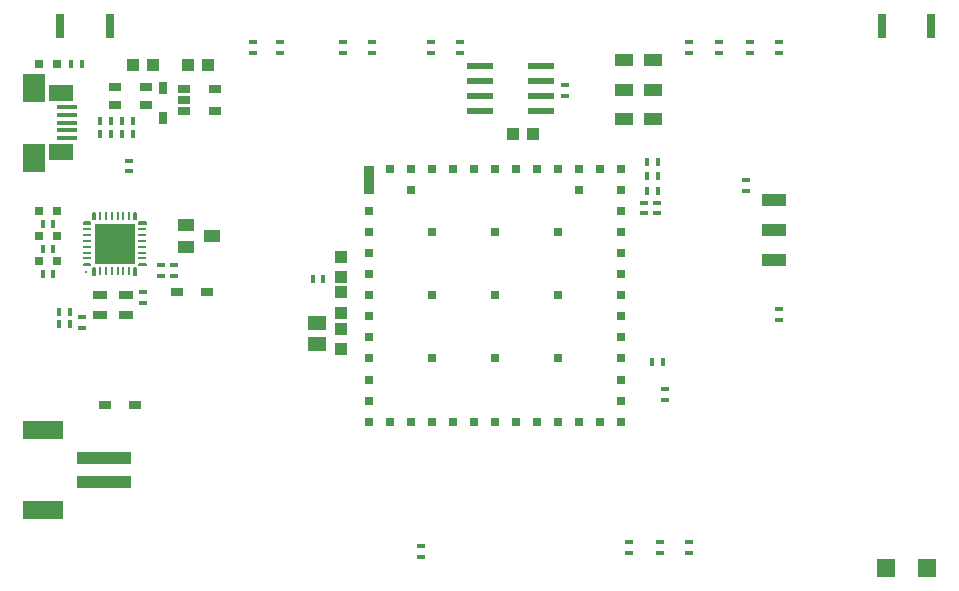
<source format=gtp>
G75*
%MOIN*%
%OFA0B0*%
%FSLAX25Y25*%
%IPPOS*%
%LPD*%
%AMOC8*
5,1,8,0,0,1.08239X$1,22.5*
%
%ADD10R,0.07874X0.04331*%
%ADD11R,0.04331X0.03937*%
%ADD12R,0.01800X0.03000*%
%ADD13R,0.03000X0.01800*%
%ADD14R,0.03819X0.09803*%
%ADD15R,0.02795X0.02795*%
%ADD16R,0.03937X0.04331*%
%ADD17R,0.03898X0.02717*%
%ADD18R,0.03150X0.03150*%
%ADD19R,0.03150X0.07874*%
%ADD20C,0.00551*%
%ADD21R,0.01102X0.02756*%
%ADD22R,0.02756X0.01102*%
%ADD23R,0.13780X0.13780*%
%ADD24R,0.00984X0.00984*%
%ADD25R,0.05000X0.02500*%
%ADD26R,0.06693X0.01772*%
%ADD27R,0.08268X0.05807*%
%ADD28R,0.07480X0.09350*%
%ADD29R,0.03937X0.03150*%
%ADD30R,0.03150X0.03937*%
%ADD31R,0.05512X0.03937*%
%ADD32R,0.05906X0.05906*%
%ADD33R,0.08661X0.02362*%
%ADD34R,0.18110X0.03937*%
%ADD35R,0.13386X0.06299*%
%ADD36R,0.06299X0.03937*%
%ADD37R,0.05906X0.05118*%
D10*
X0279848Y0133561D03*
X0279848Y0143600D03*
X0279848Y0153639D03*
D11*
X0135648Y0134822D03*
X0135648Y0128129D03*
X0135598Y0122846D03*
X0135598Y0116154D03*
X0135548Y0110546D03*
X0135548Y0103854D03*
D12*
X0129648Y0127200D03*
X0126048Y0127200D03*
X0066048Y0175800D03*
X0062448Y0175800D03*
X0058848Y0175800D03*
X0055248Y0175800D03*
X0055248Y0180000D03*
X0058848Y0180000D03*
X0062448Y0180000D03*
X0066048Y0180000D03*
X0049248Y0199000D03*
X0045648Y0199000D03*
X0039648Y0145800D03*
X0036048Y0145800D03*
X0036048Y0137400D03*
X0039648Y0137400D03*
X0039648Y0129000D03*
X0036048Y0129000D03*
X0041448Y0116400D03*
X0045048Y0116400D03*
X0045048Y0112200D03*
X0041448Y0112200D03*
X0237648Y0156800D03*
X0241248Y0156800D03*
X0241248Y0161600D03*
X0237648Y0161600D03*
X0237648Y0166400D03*
X0241248Y0166400D03*
X0242698Y0099775D03*
X0239098Y0099775D03*
D13*
X0243648Y0090600D03*
X0243648Y0087000D03*
X0281448Y0113800D03*
X0281448Y0117400D03*
X0240711Y0149200D03*
X0236448Y0149200D03*
X0236448Y0152800D03*
X0240711Y0152800D03*
X0270448Y0156800D03*
X0270448Y0160400D03*
X0210048Y0188400D03*
X0210048Y0192000D03*
X0175248Y0202800D03*
X0175248Y0206400D03*
X0165648Y0206400D03*
X0165648Y0202800D03*
X0145848Y0202800D03*
X0145848Y0206400D03*
X0136248Y0206400D03*
X0136248Y0202800D03*
X0115248Y0202800D03*
X0115248Y0206400D03*
X0106248Y0206400D03*
X0106248Y0202800D03*
X0064848Y0166800D03*
X0064848Y0163200D03*
X0075648Y0132000D03*
X0075648Y0128400D03*
X0079848Y0128400D03*
X0079848Y0132000D03*
X0069648Y0123000D03*
X0069648Y0119400D03*
X0049248Y0114600D03*
X0049248Y0111000D03*
X0162203Y0038390D03*
X0162203Y0034790D03*
X0231648Y0036000D03*
X0231648Y0039600D03*
X0241848Y0039600D03*
X0241848Y0036000D03*
X0251448Y0036000D03*
X0251448Y0039600D03*
X0251448Y0202800D03*
X0251448Y0206400D03*
X0261648Y0206400D03*
X0261648Y0202800D03*
X0271848Y0202800D03*
X0271848Y0206400D03*
X0281448Y0206400D03*
X0281448Y0202800D03*
D14*
X0144848Y0160400D03*
D15*
X0151856Y0163904D03*
X0158864Y0163904D03*
X0165872Y0163904D03*
X0172879Y0163904D03*
X0179887Y0163904D03*
X0186895Y0163904D03*
X0193903Y0163904D03*
X0200911Y0163904D03*
X0207919Y0163904D03*
X0214927Y0163904D03*
X0221935Y0163904D03*
X0228942Y0163904D03*
X0228942Y0156896D03*
X0228942Y0149888D03*
X0228942Y0142880D03*
X0228942Y0135872D03*
X0228942Y0128865D03*
X0228942Y0121857D03*
X0228942Y0114849D03*
X0228942Y0107841D03*
X0228942Y0100833D03*
X0228942Y0093825D03*
X0228942Y0086817D03*
X0228942Y0079809D03*
X0221935Y0079809D03*
X0214927Y0079809D03*
X0207919Y0079809D03*
X0200911Y0079809D03*
X0193903Y0079809D03*
X0186895Y0079809D03*
X0179887Y0079809D03*
X0172879Y0079809D03*
X0165872Y0079809D03*
X0158864Y0079809D03*
X0151856Y0079809D03*
X0144848Y0079809D03*
X0144848Y0086817D03*
X0144848Y0093825D03*
X0144848Y0100833D03*
X0144848Y0107841D03*
X0144848Y0114849D03*
X0144848Y0121857D03*
X0144848Y0128865D03*
X0144848Y0135872D03*
X0144848Y0142880D03*
X0144848Y0149888D03*
X0158864Y0156896D03*
X0165872Y0142880D03*
X0186895Y0142880D03*
X0207919Y0142880D03*
X0214927Y0156896D03*
X0207919Y0121857D03*
X0186895Y0121857D03*
X0165872Y0121857D03*
X0165872Y0100833D03*
X0186895Y0100833D03*
X0207919Y0100833D03*
D16*
X0199594Y0175800D03*
X0192901Y0175800D03*
X0091294Y0198700D03*
X0084601Y0198700D03*
X0072994Y0198600D03*
X0066301Y0198600D03*
D17*
X0083269Y0190640D03*
X0083269Y0186900D03*
X0083269Y0183160D03*
X0093466Y0183160D03*
X0093466Y0190640D03*
D18*
X0040801Y0199000D03*
X0034895Y0199000D03*
X0034895Y0150000D03*
X0040801Y0150000D03*
X0040801Y0141600D03*
X0034895Y0141600D03*
X0034895Y0133200D03*
X0040801Y0133200D03*
D19*
X0041880Y0211800D03*
X0058416Y0211800D03*
X0315780Y0211800D03*
X0332316Y0211800D03*
D20*
X0070403Y0146266D02*
X0070403Y0145714D01*
X0068197Y0145714D01*
X0068197Y0146266D01*
X0070403Y0146266D01*
X0070403Y0146264D02*
X0068197Y0146264D01*
X0067214Y0147249D02*
X0067214Y0149455D01*
X0067214Y0147249D02*
X0066662Y0147249D01*
X0066662Y0149455D01*
X0067214Y0149455D01*
X0067214Y0147799D02*
X0066662Y0147799D01*
X0066662Y0148349D02*
X0067214Y0148349D01*
X0067214Y0148899D02*
X0066662Y0148899D01*
X0066662Y0149449D02*
X0067214Y0149449D01*
X0053434Y0149455D02*
X0053434Y0147249D01*
X0052882Y0147249D01*
X0052882Y0149455D01*
X0053434Y0149455D01*
X0053434Y0147799D02*
X0052882Y0147799D01*
X0052882Y0148349D02*
X0053434Y0148349D01*
X0053434Y0148899D02*
X0052882Y0148899D01*
X0052882Y0149449D02*
X0053434Y0149449D01*
X0051899Y0146266D02*
X0051899Y0145714D01*
X0049693Y0145714D01*
X0049693Y0146266D01*
X0051899Y0146266D01*
X0051899Y0146264D02*
X0049693Y0146264D01*
X0051899Y0132486D02*
X0051899Y0131934D01*
X0049693Y0131934D01*
X0049693Y0132486D01*
X0051899Y0132486D01*
X0051899Y0132484D02*
X0049693Y0132484D01*
X0053434Y0130951D02*
X0053434Y0128745D01*
X0052882Y0128745D01*
X0052882Y0130951D01*
X0053434Y0130951D01*
X0053434Y0129295D02*
X0052882Y0129295D01*
X0052882Y0129845D02*
X0053434Y0129845D01*
X0053434Y0130395D02*
X0052882Y0130395D01*
X0052882Y0130945D02*
X0053434Y0130945D01*
X0067214Y0130951D02*
X0067214Y0128745D01*
X0066662Y0128745D01*
X0066662Y0130951D01*
X0067214Y0130951D01*
X0067214Y0129295D02*
X0066662Y0129295D01*
X0066662Y0129845D02*
X0067214Y0129845D01*
X0067214Y0130395D02*
X0066662Y0130395D01*
X0066662Y0130945D02*
X0067214Y0130945D01*
X0070403Y0131934D02*
X0070403Y0132486D01*
X0070403Y0131934D02*
X0068197Y0131934D01*
X0068197Y0132486D01*
X0070403Y0132486D01*
X0070403Y0132484D02*
X0068197Y0132484D01*
D21*
X0064969Y0129848D03*
X0063001Y0129848D03*
X0061032Y0129848D03*
X0059064Y0129848D03*
X0057095Y0129848D03*
X0055127Y0129848D03*
X0055127Y0148352D03*
X0057095Y0148352D03*
X0059064Y0148352D03*
X0061032Y0148352D03*
X0063001Y0148352D03*
X0064969Y0148352D03*
D22*
X0069300Y0144021D03*
X0069300Y0142053D03*
X0069300Y0140084D03*
X0069300Y0138116D03*
X0069300Y0136147D03*
X0069300Y0134179D03*
X0050796Y0134179D03*
X0050796Y0136147D03*
X0050796Y0138116D03*
X0050796Y0140084D03*
X0050796Y0142053D03*
X0050796Y0144021D03*
D23*
X0060048Y0139100D03*
D24*
X0050540Y0129592D03*
D25*
X0055148Y0121900D03*
X0063748Y0121900D03*
X0063748Y0115300D03*
X0055148Y0115300D03*
D26*
X0044257Y0174282D03*
X0044257Y0176841D03*
X0044257Y0179400D03*
X0044257Y0181959D03*
X0044257Y0184518D03*
D27*
X0042288Y0189243D03*
X0042288Y0169557D03*
D28*
X0033233Y0167786D03*
X0033233Y0191014D03*
D29*
X0060330Y0191400D03*
X0060330Y0185400D03*
X0070566Y0185400D03*
X0070566Y0191400D03*
X0080730Y0123000D03*
X0090966Y0123000D03*
X0066966Y0085200D03*
X0056730Y0085200D03*
D30*
X0076248Y0180882D03*
X0076248Y0191118D03*
D31*
X0083917Y0145340D03*
X0092579Y0141600D03*
X0083917Y0137860D03*
D32*
X0317158Y0030975D03*
X0330938Y0030975D03*
D33*
X0202284Y0183300D03*
X0202284Y0188300D03*
X0202284Y0193300D03*
X0202284Y0198300D03*
X0181812Y0198300D03*
X0181812Y0193300D03*
X0181812Y0188300D03*
X0181812Y0183300D03*
D34*
X0056615Y0067537D03*
X0056615Y0059663D03*
D35*
X0036142Y0050214D03*
X0036142Y0076986D03*
D36*
X0229999Y0180600D03*
X0239448Y0180600D03*
X0239448Y0190443D03*
X0229999Y0190443D03*
X0229999Y0200285D03*
X0239448Y0200285D03*
D37*
X0127368Y0112506D03*
X0127368Y0105814D03*
M02*

</source>
